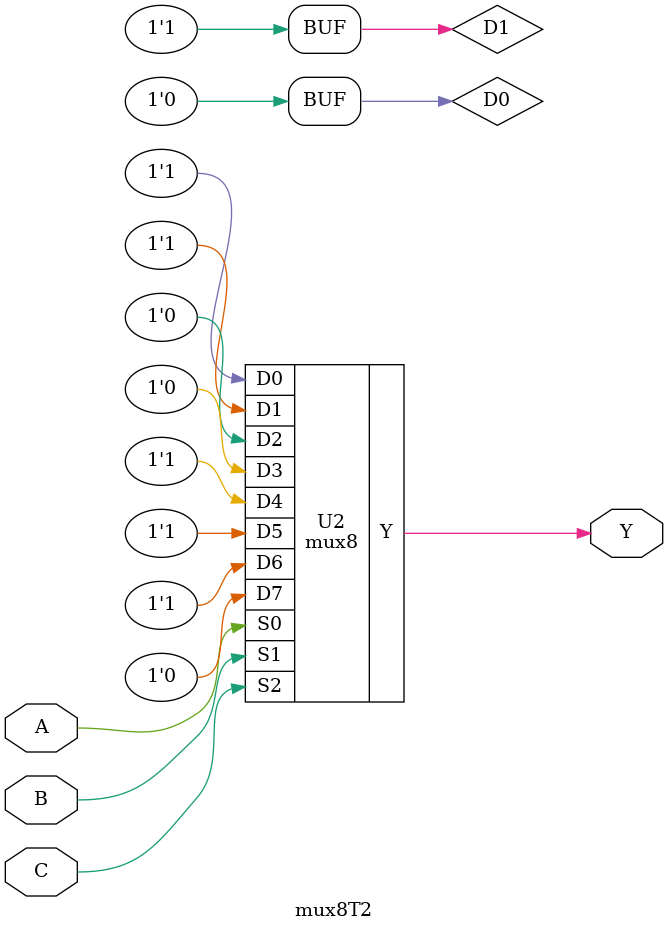
<source format=v>
module mux2(input wire D0, D1, S, output wire Y);

  assign Y = S ? D1 : D0;

endmodule

module mux4(input wire D0, D1, D2, D3, S0, S1, output wire Y);
  wire Y1, Y2;
  mux2 G0(D0, D1, S1, Y1);
  mux2 G1(D2, D3, S1, Y2);
  mux2 G2(Y1, Y2, S0, Y);

endmodule

module mux8(input wire D0, D1, D2, D3, D4, D5, D6, D7, S0, S1, S2, output wire Y);
  wire Y1, Y2;
  mux4  G0(D0, D1, D2, D3, S1, S2, Y1);
  mux4  G1(D4, D5, D6, D7, S1, S2, Y2);
  mux2  G2(Y1,Y2, S0, Y);

endmodule

// Tabla 1 mux 2:1
module mux2T1(input wire A, B, C, output wire Y);

  wire D1, D2;

  assign D1 = B ^ C;
  assign D2 = B ~^ C;
  mux2  G1(D1, D2, A, Y);

endmodule

// Tabla 1 mux 4:1
module mux4T1(input wire A, B, C, output wire Y);

  mux4  G0(C, ~C, ~C, C, A, B, Y);

endmodule

// Tabla 1 mux 8:1
module mux8T1(input wire A, B, C, output wire Y);
  wire D0, D1;

  assign D0 = 0;
  assign D1 = 1;
  mux8  G0(D0, D1, D1, D0, D1, D0, D0, D1, A, B, C, Y);

endmodule

// Tabla 2 mux 2:1
module mux2T2(input wire A, B, C, output wire Y);

  wire D1, D2;

  assign D1 = B ~| C;
  assign D2 = B ~& C;
  mux2  G1(D1, D2, A, Y);

endmodule

// Tabla 2 mux 4:1
module mux4T2(input wire A, B, C, output wire Y);
  wire D1, D2;

  assign D1 = 0;
  assign D2 = 1;
  mux4  U1(D2, D1, D2, ~C, A, B, Y);

endmodule

// Tabla 2 mux 8:1
module mux8T2(input wire A, B, C, output wire Y);
  wire D0, D1;

  assign D0 = 0;
  assign D1 = 1;
  mux8  U2(D1, D1, D0, D0, D1, D1, D1, D0, A, B, C, Y);

endmodule

</source>
